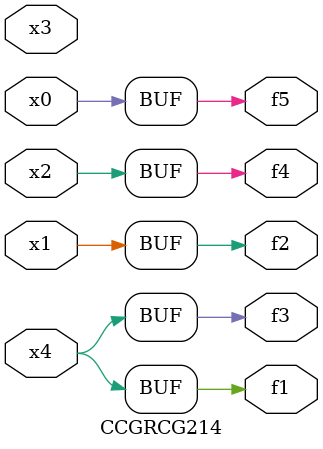
<source format=v>
module CCGRCG214(
	input x0, x1, x2, x3, x4,
	output f1, f2, f3, f4, f5
);
	assign f1 = x4;
	assign f2 = x1;
	assign f3 = x4;
	assign f4 = x2;
	assign f5 = x0;
endmodule

</source>
